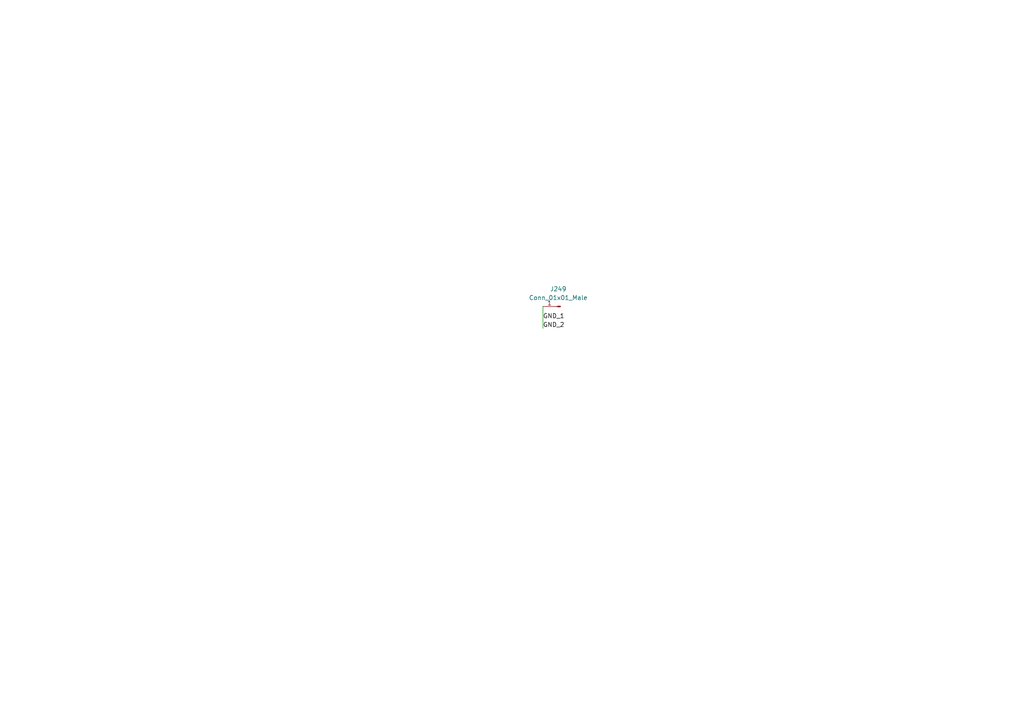
<source format=kicad_sch>
(kicad_sch (version 20211123) (generator eeschema)
  (paper "A4")
  (lib_symbols
    (symbol "Connector:Conn_01x01_Male" (pin_names (offset 1.016) hide)
      (property "Reference" "J" (at 0 2.54 0))
      (property "Value" "Conn_01x01_Male" (at 0 -2.54 0))
      (symbol "Conn_01x01_Male_1_1"
        (polyline (pts (xy 1.27 0) (xy 0.8636 0)) (stroke (width 0.1524)))
        (rectangle (start 0.8636 0.127) (end 0 -0.127) (stroke (width 0.1524)) (fill (type outline)))
        (pin passive line (at 5.08 0 180) (length 3.81) (name "Pin_1") (number "1"))
      )
    )
  )
  (wire (pts (xy 157.48 88.9) (xy 157.48 95.25)))
  (label "GND_2" (at 157.48 95.25 0))
  (label "GND_1" (at 157.48 92.71 0))
  (symbol (lib_id "Connector:Conn_01x01_Male") (at 162.56 88.9 180) (unit 1)
    (property "Reference" "J249" (at 161.925 83.82 0))
    (property "Value" "Conn_01x01_Male" (at 161.925 86.36 0))
    (property "Footprint" "1mm_x_1mm_solder_pad:1mm_x_1mm_solder_pad" (effects hide))
  )
)
</source>
